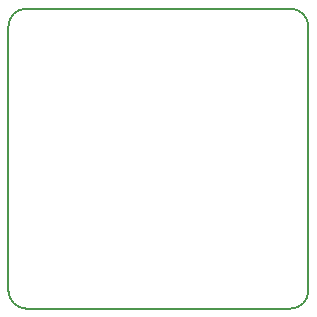
<source format=gbr>
%TF.GenerationSoftware,KiCad,Pcbnew,5.0.2+dfsg1-1~bpo9+1*%
%TF.CreationDate,2019-08-30T14:17:28+02:00*%
%TF.ProjectId,PROTOBOARD,50524f54-4f42-44f4-9152-442e6b696361,1.0*%
%TF.SameCoordinates,Original*%
%TF.FileFunction,Paste,Top*%
%TF.FilePolarity,Positive*%
%FSLAX46Y46*%
G04 Gerber Fmt 4.6, Leading zero omitted, Abs format (unit mm)*
G04 Created by KiCad (PCBNEW 5.0.2+dfsg1-1~bpo9+1) date Fri 30 Aug 2019 02:17:28 PM CEST*
%MOMM*%
%LPD*%
G01*
G04 APERTURE LIST*
%ADD10C,0.150000*%
G04 APERTURE END LIST*
D10*
X119380000Y-49784000D02*
X119380000Y-72136000D01*
X143256000Y-48260000D02*
X120904000Y-48260000D01*
X144780000Y-72136000D02*
X144780000Y-49784000D01*
X120904000Y-73660000D02*
X143256000Y-73660000D01*
X143256000Y-48260000D02*
G75*
G02X144780000Y-49784000I0J-1524000D01*
G01*
X119380000Y-49784000D02*
G75*
G02X120904000Y-48260000I1524000J0D01*
G01*
X120904000Y-73660000D02*
G75*
G02X119380000Y-72136000I0J1524000D01*
G01*
X144780000Y-72136000D02*
G75*
G02X143256000Y-73660000I-1524000J0D01*
G01*
M02*

</source>
